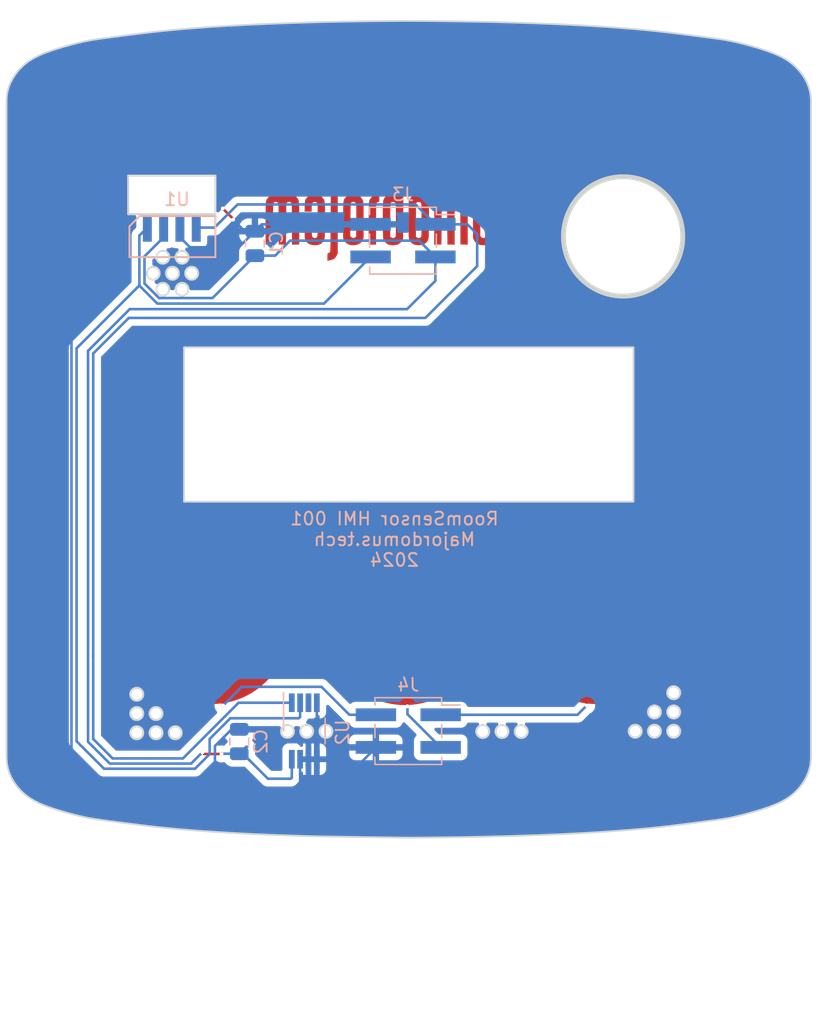
<source format=kicad_pcb>
(kicad_pcb (version 20240108) (generator "pcbnew") (generator_version "8.0")
  (layers (0 "F.Cu" signal) (31 "B.Cu" signal) (34 "B.Paste" user) (35 "F.Paste" user) (36 "B.SilkS" user "B.Silkscreen") (37 "F.SilkS" user "F.Silkscreen") (38 "B.Mask" user) (39 "F.Mask" user) (44 "Edge.Cuts" user))
  (net 0 "")
  (net 1 "GND")
  (net 2 "I2C_SCL")
  (net 3 "I2C_SDA")
  (net 4 "Net-(AE1-A)")
  (net 5 "Net-(AE2-A)")
  (net 6 "Net-(AE3-A)")
  (net 7 "+3.3V")
  (footprint "MyFootprint:CapButtonMinus" (layer "F.Cu") (at 130.91 110.56)
    (property "Reference" " ")
    (property "Value" "Antenna")
  )
  (footprint "MyFootprint:CapButtonEnter" (layer "F.Cu") (at 145.9484 110.6424)
    (property "Reference" " ")
    (property "Value" "Antenna")
  )
  (footprint "MyFootprint:CapButtonPlus" (layer "F.Cu") (at 160.85 110.56)
    (property "Reference" " ")
    (property "Value" "Antenna")
  )
  (footprint "graphics:logo" (layer "F.Cu") (at 145.034 78.8416)
    (property "Reference" "G***" (hide yes))
    (property "Value" "LOGO" (hide yes))
  )
  (footprint "Capacitor_SMD:C_0805_2012Metric" (layer "B.Cu") (at 134.2644 80.6856 90)
    (property "Reference" "C1")
    (property "Value" "C")
  )
  (footprint "Capacitor_SMD:C_0805_2012Metric" (layer "B.Cu") (at 133.0452 119.4816 90)
    (property "Reference" "C2")
    (property "Value" "C")
  )
  (footprint "Connector_PinHeader_2.54mm:PinHeader_2x02_P2.54mm_Vertical_SMD" (layer "B.Cu") (at 145.805 80.4672 180)
    (property "Reference" "J3")
    (property "Value" "Conn_02x02_Odd_Even")
  )
  (footprint "Package_SO:VSSOP-8_3.0x3.0mm_P0.65mm" (layer "B.Cu") (at 138.115 118.66 -90)
    (property "Reference" "U2")
    (property "Value" "TMP1075DGK")
  )
  (footprint "Connector_PinHeader_2.54mm:PinHeader_2x02_P2.54mm_Vertical_SMD" (layer "B.Cu") (at 146.2174 118.6688 180)
    (property "Reference" "J4")
    (property "Value" "Conn_02x02_Odd_Even")
  )
  (footprint "MyFootprint:VEML7700" (layer "B.Cu") (at 127.7874 79.4512)
    (property "Reference" "U1")
    (property "Value" "VEML7700-TT")
  )
  (gr_circle (center 165.4 118.68) (end 165.4 118.18) (stroke (width 0.15)) (fill none) (layer "Edge.Cuts"))
  (gr_circle (center 166.9 117.18) (end 166.9 116.68) (stroke (width 0.15)) (fill none) (layer "Edge.Cuts"))
  (gr_circle (center 165.4 117.18) (end 165.4 116.68) (stroke (width 0.15)) (fill none) (layer "Edge.Cuts"))
  (gr_circle (center 163.9 118.68) (end 163.9 118.18) (stroke (width 0.15)) (fill none) (layer "Edge.Cuts"))
  (gr_circle (center 166.9 115.68) (end 166.9 115.18) (stroke (width 0.15)) (fill none) (layer "Edge.Cuts"))
  (gr_circle (center 166.9 118.68) (end 166.9 118.18) (stroke (width 0.15)) (fill none) (layer "Edge.Cuts"))
  (gr_circle (center 126.56 117.3) (end 127.06 117.3) (stroke (width 0.15)) (fill none) (layer "Edge.Cuts"))
  (gr_circle (center 125.06 117.3) (end 125.56 117.3) (stroke (width 0.15)) (fill none) (layer "Edge.Cuts"))
  (gr_poly (pts (xy 163.752918 100.787967) (xy 128.752918 100.787967) (xy 128.752918 88.787967) (xy 163.752918 88.787967)) (stroke (width 0.1)) (fill none) (layer "Edge.Cuts"))
  (gr_circle (center 152.02 118.7) (end 152.52 118.7) (stroke (width 0.15)) (fill none) (layer "Edge.Cuts"))
  (gr_circle (center 126.3396 83.0072) (end 126.8396 83.0072) (stroke (width 0.15)) (fill none) (layer "Edge.Cuts"))
  (gr_line (start 131.1874 78.4012) (end 131.1874 75.4012) (stroke (width 0.15)) (layer "Edge.Cuts"))
  (gr_circle (center 129.3396 83.0072) (end 129.8396 83.0072) (stroke (width 0.15)) (fill none) (layer "Edge.Cuts"))
  (gr_line (start 124.3874 75.4012) (end 124.3874 78.4012) (stroke (width 0.15)) (layer "Edge.Cuts"))
  (gr_circle (center 128.06 118.8) (end 128.56 118.8) (stroke (width 0.15)) (fill none) (layer "Edge.Cuts"))
  (gr_circle (center 138.3 118.69) (end 138.8 118.69) (stroke (width 0.15)) (fill none) (layer "Edge.Cuts"))
  (gr_line (start 131.1874 75.4012) (end 124.3874 75.4012) (stroke (width 0.15)) (layer "Edge.Cuts"))
  (gr_circle (center 136.8 118.69) (end 137.3 118.69) (stroke (width 0.15)) (fill none) (layer "Edge.Cuts"))
  (gr_circle (center 127.0896 81.7572) (end 127.5896 81.7572) (stroke (width 0.15)) (fill none) (layer "Edge.Cuts"))
  (gr_circle (center 127.0896 84.2572) (end 127.5896 84.2572) (stroke (width 0.15)) (fill none) (layer "Edge.Cuts"))
  (gr_circle (center 153.52 118.7) (end 154.02 118.7) (stroke (width 0.15)) (fill none) (layer "Edge.Cuts"))
  (gr_circle (center 125.06 115.8) (end 125.56 115.8) (stroke (width 0.15)) (fill none) (layer "Edge.Cuts"))
  (gr_circle (center 155.02 118.7) (end 155.52 118.7) (stroke (width 0.15)) (fill none) (layer "Edge.Cuts"))
  (gr_circle (center 126.56 118.8) (end 127.06 118.8) (stroke (width 0.15)) (fill none) (layer "Edge.Cuts"))
  (gr_circle (center 125.06 118.8) (end 125.56 118.8) (stroke (width 0.15)) (fill none) (layer "Edge.Cuts"))
  (gr_circle (center 127.8396 83.0072) (end 128.3396 83.0072) (stroke (width 0.15)) (fill none) (layer "Edge.Cuts"))
  (gr_poly (pts (xy 146.253631 63.336041) (xy 146.273178 63.33611) (xy 146.276846 63.336124) (xy 146.286184 63.336158) (xy 146.32448 63.336296) (xy 146.400989 63.336589) (xy 146.705997 63.337924) (xy 147.310966 63.341377) (xy 147.909141 63.345854) (xy 148.500423 63.351338) (xy 149.084728 63.357801) (xy 149.661957 63.365223) (xy 150.232017 63.373582) (xy 150.794822 63.382852) (xy 151.350273 63.393016) (xy 151.898285 63.404047) (xy 152.438759 63.415923) (xy 152.971607 63.428623) (xy 153.496734 63.442123) (xy 154.014049 63.456402) (xy 154.52346 63.471434) (xy 155.024872 63.487201) (xy 155.518192 63.503675) (xy 156.003338 63.520839) (xy 156.480209 63.538668) (xy 156.948707 63.557138) (xy 157.408752 63.576228) (xy 157.860241 63.595917) (xy 158.303093 63.616178) (xy 158.737205 63.636992) (xy 159.162491 63.658335) (xy 159.578857 63.680184) (xy 159.986213 63.702516) (xy 160.384464 63.725312) (xy 160.773514 63.748545) (xy 161.153278 63.772197) (xy 161.523662 63.796241) (xy 161.884571 63.820655) (xy 162.235912 63.84542) (xy 162.577572 63.870499) (xy 162.909321 63.895798) (xy 163.231369 63.921282) (xy 163.543998 63.946926) (xy 163.847484 63.972709) (xy 164.142128 63.998606) (xy 164.428207 64.024596) (xy 164.706009 64.050658) (xy 164.975815 64.076762) (xy 165.237919 64.102893) (xy 165.492599 64.129023) (xy 165.740146 64.155133) (xy 165.980839 64.181194) (xy 166.214966 64.207189) (xy 166.442817 64.233095) (xy 166.880821 64.284541) (xy 167.297138 64.335348) (xy 167.695041 64.385378) (xy 168.080425 64.434576) (xy 168.45367 64.482786) (xy 168.814514 64.529869) (xy 169.162697 64.575679) (xy 169.497947 64.620066) (xy 169.820007 64.662888) (xy 170.126106 64.703755) (xy 170.409096 64.742627) (xy 170.677139 64.781968) (xy 170.940002 64.824457) (xy 171.20747 64.87277) (xy 171.489311 64.929588) (xy 171.640434 64.962442) (xy 171.801643 64.999099) (xy 171.972114 65.039408) (xy 172.151024 65.083215) (xy 172.337532 65.130374) (xy 172.53083 65.180733) (xy 172.934448 65.290446) (xy 173.354778 65.411043) (xy 173.773414 65.539253) (xy 174.179577 65.674119) (xy 174.567886 65.815823) (xy 174.753654 65.889292) (xy 174.932937 65.964536) (xy 175.10506 66.041577) (xy 175.269348 66.120436) (xy 175.425117 66.201136) (xy 175.572777 66.284165) (xy 175.714454 66.370516) (xy 175.850364 66.460161) (xy 175.980675 66.553037) (xy 176.10553 66.649089) (xy 176.339473 66.850459) (xy 176.553421 67.063787) (xy 176.748588 67.288587) (xy 176.926212 67.52439) (xy 177.083671 67.763827) (xy 177.218612 68.001926) (xy 177.331966 68.239832) (xy 177.424675 68.478694) (xy 177.49768 68.719654) (xy 177.551918 68.963856) (xy 177.588341 69.212448) (xy 177.607872 69.466574) (xy 177.607876 120.587222) (xy 177.608253 120.632491) (xy 177.608276 120.671706) (xy 177.607342 120.739677) (xy 177.601852 120.877952) (xy 177.576286 121.158332) (xy 177.530472 121.431567) (xy 177.463524 121.698951) (xy 177.374573 121.961746) (xy 177.262745 122.221233) (xy 177.197971 122.350135) (xy 177.127151 122.478698) (xy 177.050174 122.607066) (xy 176.966926 122.735412) (xy 176.784 122.9868) (xy 176.58052 123.226707) (xy 176.4711 123.34193) (xy 176.356582 123.453761) (xy 176.236984 123.562026) (xy 176.112312 123.666549) (xy 175.982597 123.767143) (xy 175.847847 123.863647) (xy 175.708076 123.955879) (xy 175.563003 124.043815) (xy 175.409946 124.128925) (xy 175.248623 124.211692) (xy 175.07946 124.292198) (xy 174.902885 124.370574) (xy 174.719333 124.446906) (xy 174.529236 124.521293) (xy 174.131119 124.664665) (xy 173.711983 124.801528) (xy 173.277618 124.932357) (xy 172.846946 125.054565) (xy 172.637016 125.111644) (xy 172.432518 125.165675) (xy 172.23484 125.216373) (xy 172.045345 125.263458) (xy 171.865421 125.306667) (xy 171.696438 125.345702) (xy 171.538315 125.380656) (xy 171.388149 125.412269) (xy 171.10519 125.467185) (xy 170.564235 125.555496) (xy 170.280792 125.59558) (xy 169.974388 125.637119) (xy 169.649933 125.680568) (xy 169.309547 125.725711) (xy 168.954345 125.772403) (xy 168.585449 125.820495) (xy 168.203983 125.869842) (xy 167.811073 125.920299) (xy 167.405212 125.971687) (xy 166.980392 126.023902) (xy 166.533806 126.076762) (xy 166.301506 126.10337) (xy 166.062752 126.130065) (xy 165.817203 126.156829) (xy 165.564522 126.183631) (xy 165.304374 126.210456) (xy 165.036415 126.237266) (xy 164.760315 126.264053) (xy 164.475723 126.290786) (xy 164.182312 126.317436) (xy 163.87973 126.343986) (xy 163.567657 126.370414) (xy 163.245739 126.39669) (xy 162.913646 126.422794) (xy 162.571182 126.448669) (xy 162.218506 126.474231) (xy 161.855705 126.49945) (xy 161.482891 126.524303) (xy 161.100155 126.548766) (xy 160.707592 126.572822) (xy 160.305305 126.596439) (xy 159.893383 126.619594) (xy 159.471935 126.642272) (xy 159.041054 126.664443) (xy 158.600837 126.686088) (xy 158.151378 126.707179) (xy 157.692787 126.727699) (xy 157.225151 126.747615) (xy 156.748565 126.766906) (xy 156.263138 126.78556) (xy 155.768959 126.803542) (xy 155.266132 126.820838) (xy 154.754749 126.837413) (xy 154.234909 126.853244) (xy 153.706714 126.868324) (xy 153.170257 126.882613) (xy 152.625641 126.896095) (xy 152.07296 126.908748) (xy 151.512306 126.920539) (xy 150.94379 126.931457) (xy 150.3675 126.941474) (xy 149.783539 126.950568) (xy 149.192001 126.958705) (xy 148.592983 126.965877) (xy 147.986583 126.972053) (xy 147.372902 126.97721) (xy 146.752041 126.981326) (xy 146.595711 126.982192) (xy 146.55656 126.982398) (xy 146.548357 126.982436) (xy 146.548042 126.982438) (xy 146.547727 126.982441) (xy 146.547098 126.982448) (xy 146.544586 126.982459) (xy 146.534527 126.982509) (xy 146.494297 126.982719) (xy 146.413839 126.983135) (xy 146.25292 126.983962) (xy 145.869552 126.981975) (xy 139.63748 126.892715) (xy 139.157024 126.880649) (xy 138.683016 126.867893) (xy 138.215523 126.854484) (xy 137.754621 126.840438) (xy 137.300373 126.825759) (xy 136.852848 126.810493) (xy 136.412124 126.794631) (xy 135.978262 126.77822) (xy 135.551336 126.76126) (xy 135.131416 126.743785) (xy 134.71857 126.725807) (xy 134.31287 126.707347) (xy 133.914383 126.688426) (xy 133.52318 126.669059) (xy 133.13933 126.649276) (xy 132.762905 126.629092) (xy 132.393972 126.60852) (xy 132.032602 126.587589) (xy 131.678863 126.566322) (xy 131.332828 126.544727) (xy 130.994566 126.522826) (xy 130.664144 126.500648) (xy 130.341635 126.478202) (xy 130.027107 126.45552) (xy 129.720686 126.432616) (xy 129.422492 126.409553) (xy 129.132324 126.386337) (xy 128.849956 126.362979) (xy 128.575166 126.339515) (xy 128.307724 126.315948) (xy 128.047408 126.292304) (xy 127.793991 126.268588) (xy 127.547249 126.244827) (xy 127.306953 126.221038) (xy 126.844814 126.173438) (xy 126.405767 126.125915) (xy 125.988011 126.078616) (xy 125.589747 126.031673) (xy 125.209171 125.985229) (xy 124.844408 125.939399) (xy 124.490692 125.894248) (xy 124.146437 125.849883) (xy 123.812127 125.806434) (xy 123.488235 125.764007) (xy 123.175249 125.722717) (xy 122.873642 125.682681) (xy 122.583899 125.644012) (xy 122.308261 125.606994) (xy 122.05219 125.571548) (xy 121.569621 125.496978) (xy 121.326408 125.453368) (xy 121.070771 125.402557) (xy 120.935683 125.373752) (xy 120.793869 125.342185) (xy 120.643096 125.307285) (xy 120.483978 125.269172) (xy 120.317411 125.228027) (xy 120.144288 125.184024) (xy 119.781954 125.088165) (xy 119.40412 124.983039) (xy 119.017966 124.870097) (xy 118.637385 124.751766) (xy 118.27106 124.628616) (xy 117.921636 124.500129) (xy 117.591769 124.365756) (xy 117.434995 124.296195) (xy 117.284102 124.224975) (xy 117.139425 124.152007) (xy 117.00129 124.077247) (xy 116.743207 123.920715) (xy 116.501868 123.751018) (xy 116.276574 123.568694) (xy 116.067347 123.374656) (xy 115.874207 123.169822) (xy 115.697171 122.955119) (xy 115.536234 122.731429) (xy 115.393183 122.5037) (xy 115.269589 122.275474) (xy 115.16484 122.045867) (xy 115.078325 121.813979) (xy 115.009427 121.578918) (xy 114.957537 121.339801) (xy 114.922044 121.095725) (xy 114.902332 120.845805) (xy 114.898174 120.724986) (xy 114.897537 120.663287) (xy 114.897961 120.587222) (xy 114.897966 69.466574) (xy 114.917505 69.212413) (xy 114.95393 68.963787) (xy 115.008185 68.719549) (xy 115.08121 68.478558) (xy 115.173945 68.239662) (xy 115.28733 68.001721) (xy 115.422306 67.763586) (xy 115.579815 67.524116) (xy 115.757487 67.288291) (xy 115.952706 67.063474) (xy 116.166715 66.850133) (xy 116.40073 66.648752) (xy 116.525619 66.552701) (xy 116.655965 66.459822) (xy 116.791918 66.370177) (xy 116.933634 66.283827) (xy 117.081342 66.200797) (xy 117.237174 66.120095) (xy 117.401519 66.041231) (xy 117.5737 65.964188) (xy 117.753038 65.888941) (xy 117.938866 65.81547) (xy 118.327281 65.673766) (xy 118.733546 65.538895) (xy 119.152262 65.410688) (xy 119.572627 65.2901) (xy 119.976239 65.180406) (xy 120.16952 65.130062) (xy 120.356016 65.082917) (xy 120.534894 65.039124) (xy 120.70533 64.998834) (xy 120.866494 64.962201) (xy 121.01757 64.929366) (xy 121.299379 64.872577) (xy 121.566849 64.824283) (xy 121.829755 64.781806) (xy 122.097873 64.742465) (xy 122.380986 64.703586) (xy 122.687225 64.662702) (xy 123.009388 64.619868) (xy 123.344747 64.575467) (xy 123.693039 64.529645) (xy 124.054001 64.482548) (xy 124.427361 64.434323) (xy 124.81286 64.385116) (xy 125.210903 64.335074) (xy 125.627389 64.284255) (xy 126.065586 64.2328) (xy 126.293539 64.206891) (xy 126.527777 64.180889) (xy 126.768584 64.154823) (xy 127.016248 64.128711) (xy 127.271052 64.102576) (xy 127.533283 64.076443) (xy 127.803226 64.050333) (xy 128.08117 64.024272) (xy 128.367396 63.998277) (xy 128.662191 63.972378) (xy 128.965843 63.946593) (xy 129.278635 63.920946) (xy 129.600853 63.895461) (xy 129.932783 63.87016) (xy 130.274622 63.845081) (xy 130.626145 63.820319) (xy 130.987236 63.795905) (xy 131.357801 63.771863) (xy 131.737751 63.748214) (xy 132.126991 63.724985) (xy 132.525429 63.702192) (xy 132.932972 63.679862) (xy 133.349529 63.658016) (xy 133.775007 63.636677) (xy 134.209314 63.61587) (xy 134.652359 63.595614) (xy 135.104046 63.575933) (xy 135.564287 63.55685) (xy 136.032985 63.538387) (xy 136.510051 63.520565) (xy 136.995392 63.503411) (xy 137.488916 63.486943) (xy 137.99053 63.471186) (xy 138.500139 63.456163) (xy 139.017658 63.441896) (xy 139.542988 63.428407) (xy 140.076036 63.415718) (xy 140.616718 63.403854) (xy 141.164932 63.392837) (xy 141.72059 63.382687) (xy 142.2836 63.37343) (xy 142.85387 63.365085) (xy 143.431303 63.35768) (xy 144.015815 63.35123) (xy 144.607305 63.345766) (xy 145.205686 63.341305) (xy 145.810867 63.337872) (xy 146.115974 63.336546) (xy 146.192514 63.336255) (xy 146.229192 63.336122) (xy 146.234083 63.336105) (xy 146.253631 63.336036)) (stroke (width 0.1)) (fill none) (layer "Edge.Cuts"))
  (gr_circle (center 128.5896 81.7572) (end 129.0896 81.7572) (stroke (width 0.15)) (fill none) (layer "Edge.Cuts"))
  (gr_line (start 124.3874 78.4012) (end 131.1874 78.4012) (stroke (width 0.15)) (layer "Edge.Cuts"))
  (gr_circle (center 139.8 118.69) (end 140.3 118.69) (stroke (width 0.15)) (fill none) (layer "Edge.Cuts"))
  (gr_circle (center 128.5896 84.2572) (end 129.0896 84.2572) (stroke (width 0.15)) (fill none) (layer "Edge.Cuts"))
  (gr_poly (pts (xy 163.260078 75.496433) (xy 163.559995 75.525635) (xy 163.857956 75.574306) (xy 164.152983 75.642444) (xy 164.444098 75.730051) (xy 164.730322 75.837126) (xy 165.010678 75.96367) (xy 165.284187 76.109681) (xy 165.547391 76.273541) (xy 165.797157 76.453064) (xy 166.032998 76.647403) (xy 166.254425 76.85571) (xy 166.460948 77.077139) (xy 166.652078 77.310843) (xy 166.827326 77.555973) (xy 166.986203 77.811684) (xy 167.12822 78.077126) (xy 167.252889 78.351455) (xy 167.359719 78.633821) (xy 167.448222 78.923378) (xy 167.517909 79.219279) (xy 167.568292 79.520676) (xy 167.598879 79.826723) (xy 167.609184 80.136571) (xy 167.606663 80.29197) (xy 167.599007 80.446525) (xy 167.586277 80.60013) (xy 167.568534 80.75268) (xy 167.54584 80.904068) (xy 167.518256 81.054188) (xy 167.485842 81.202935) (xy 167.448661 81.350202) (xy 167.406773 81.495883) (xy 167.360239 81.639873) (xy 167.30912 81.782065) (xy 167.253478 81.922354) (xy 167.193373 82.060633) (xy 167.128868 82.196797) (xy 167.060022 82.330739) (xy 166.986897 82.462354) (xy 166.909555 82.591536) (xy 166.828056 82.718178) (xy 166.742462 82.842174) (xy 166.652833 82.963419) (xy 166.559231 83.081807) (xy 166.461717 83.197232) (xy 166.360352 83.309587) (xy 166.255197 83.418767) (xy 166.146314 83.524666) (xy 166.033763 83.627177) (xy 165.917606 83.726196) (xy 165.797904 83.821615) (xy 165.674718 83.913329) (xy 165.548109 84.001231) (xy 165.418138 84.085217) (xy 165.284866 84.16518) (xy 165.011311 84.311272) (xy 164.730904 84.437887) (xy 164.444623 84.545025) (xy 164.153448 84.632686) (xy 163.858357 84.700869) (xy 163.560328 84.749575) (xy 163.260341 84.778804) (xy 162.959374 84.788555) (xy 162.658407 84.778829) (xy 162.358417 84.749625) (xy 162.060385 84.700943) (xy 161.765288 84.632784) (xy 161.474105 84.545147) (xy 161.187815 84.438033) (xy 160.907398 84.31144) (xy 160.633831 84.16537) (xy 160.370577 84.001444) (xy 160.120768 83.821847) (xy 159.884893 83.627428) (xy 159.663443 83.419033) (xy 159.456905 83.197511) (xy 159.26577 82.963709) (xy 159.090527 82.718473) (xy 158.931664 82.462652) (xy 158.789671 82.197093) (xy 158.665038 81.922644) (xy 158.558253 81.640151) (xy 158.469806 81.350462) (xy 158.400186 81.054426) (xy 158.349882 80.752888) (xy 158.319384 80.446696) (xy 158.309181 80.136699) (xy 158.311767 79.981341) (xy 158.319486 79.826828) (xy 158.332275 79.673267) (xy 158.350073 79.520762) (xy 158.372821 79.36942) (xy 158.400456 79.219348) (xy 158.432917 79.07065) (xy 158.470143 78.923432) (xy 158.512073 78.777801) (xy 158.558646 78.633863) (xy 158.609801 78.491722) (xy 158.665477 78.351486) (xy 158.725612 78.21326) (xy 158.790145 78.077149) (xy 158.859016 77.943261) (xy 158.932163 77.8117) (xy 159.009525 77.682572) (xy 159.091041 77.555984) (xy 159.176649 77.432041) (xy 159.266289 77.310849) (xy 159.3599 77.192515) (xy 159.45742 77.077143) (xy 159.558788 76.96484) (xy 159.663943 76.855712) (xy 159.772825 76.749865) (xy 159.885371 76.647403) (xy 160.00152 76.548435) (xy 160.121213 76.453064) (xy 160.244387 76.361398) (xy 160.370981 76.273541) (xy 160.500934 76.1896) (xy 160.634186 76.109681) (xy 160.907694 75.96367) (xy 161.188048 75.837126) (xy 161.474272 75.730051) (xy 161.765385 75.642444) (xy 162.060411 75.574306) (xy 162.358372 75.525635) (xy 162.658289 75.496433) (xy 162.959183 75.486699)) (stroke (width 0.377952)) (fill none) (layer "Edge.Cuts"))
  (gr_text "RoomSensor HMI 001\nMajordomus.tech\n2024" (at 145.1356 103.7336 0) (layer "B.SilkS") (effects (font (size 1 1)) (justify mirror)))
  (segment (start 132.57 78.77) (end 131.76 77.96) (width 0.2) (layer "F.Cu") (net 1))
  (segment (start 132.57 78.83) (end 132.57 78.77) (width 0.2) (layer "F.Cu") (net 1))
  (via (at 131.76 77.96) (size 0.3) (drill 0.3) (layers "F.Cu" "B.Cu") (net 1))
  (via (at 132.57 78.83) (size 0.3) (drill 0.3) (layers "F.Cu" "B.Cu") (net 1))
  (segment (start 140.3584 123.2916) (end 139.11 123.2916) (width 0.2) (layer "B.Cu") (net 1))
  (segment (start 133.02 80.98) (end 134.2644 79.7356) (width 0.2) (layer "B.Cu") (net 1))
  (segment (start 119.9706 81.2994) (end 120.93 80.34) (width 0.2) (layer "B.Cu") (net 1))
  (segment (start 131.15 120.99) (end 133.4516 123.2916) (width 0.2) (layer "B.Cu") (net 1))
  (segment (start 131.15 119.8274) (end 131.15 120.99) (width 0.2) (layer "B.Cu") (net 1))
  (segment (start 133.1468 118.5164) (end 132.461 118.5164) (width 0.2) (layer "B.Cu") (net 1))
  (segment (start 128.4224 79.4512) (end 128.4224 80.2012) (width 0.2) (layer "B.Cu") (net 1))
  (segment (start 133.4756 79.7356) (end 132.57 78.83) (width 0.2) (layer "B.Cu") (net 1))
  (segment (start 122.75 74.16) (end 130.87 74.16) (width 0.2) (layer "B.Cu") (net 1))
  (segment (start 134.2644 79.7356) (end 133.4756 79.7356) (width 0.2) (layer "B.Cu") (net 1))
  (segment (start 137.79 123.2916) (end 133.65 123.2916) (width 0.2) (layer "B.Cu") (net 1))
  (segment (start 133.0452 118.5316) (end 132.4458 118.5316) (width 0.2) (layer "B.Cu") (net 1))
  (segment (start 143.6924 119.9576) (end 140.3584 123.2916) (width 0.2) (layer "B.Cu") (net 1))
  (segment (start 130.87 74.16) (end 131.76 75.05) (width 0.2) (layer "B.Cu") (net 1))
  (segment (start 143.6924 119.9388) (end 143.6924 119.9576) (width 0.2) (layer "B.Cu") (net 1))
  (segment (start 120.93 75.98) (end 122.75 74.16) (width 0.2) (layer "B.Cu") (net 1))
  (segment (start 139.09 123.2716) (end 139.11 123.2916) (width 0.2) (layer "B.Cu") (net 1))
  (segment (start 137.79 120.86) (end 137.79 123.2916) (width 0.2) (layer "B.Cu") (net 1))
  (segment (start 139.09 120.86) (end 139.09 123.2716) (width 0.2) (layer "B.Cu") (net 1))
  (segment (start 133.4516 123.2916) (end 133.65 123.2916) (width 0.2) (layer "B.Cu") (net 1))
  (segment (start 132.4356 118.5418) (end 131.15 119.8274) (width 0.2) (layer "B.Cu") (net 1))
  (segment (start 134.8028 79.1972) (end 134.2644 79.7356) (width 0.2) (layer "B.Cu") (net 1))
  (segment (start 138.44 123.2816) (end 138.43 123.2916) (width 0.2) (layer "B.Cu") (net 1))
  (segment (start 120.93 80.34) (end 120.93 75.98) (width 0.2) (layer "B.Cu") (net 1))
  (segment (start 138.44 120.86) (end 138.44 123.2816) (width 0.2) (layer "B.Cu") (net 1))
  (segment (start 122.3716 123.2916) (end 119.9706 120.8906) (width 0.2) (layer "B.Cu") (net 1))
  (segment (start 138.43 123.2916) (end 137.79 123.2916) (width 0.2) (layer "B.Cu") (net 1))
  (segment (start 139.09 120.86) (end 139.09 116.46) (width 0.2) (layer "B.Cu") (net 1))
  (segment (start 128.4224 80.2012) (end 129.2012 80.98) (width 0.2) (layer "B.Cu") (net 1))
  (segment (start 132.461 118.5164) (end 132.4356 118.5418) (width 0.2) (layer "B.Cu") (net 1))
  (segment (start 132.4458 118.5316) (end 132.4356 118.5418) (width 0.2) (layer "B.Cu") (net 1))
  (segment (start 143.28 79.1972) (end 134.8028 79.1972) (width 0.2) (layer "B.Cu") (net 1))
  (segment (start 119.9706 120.8906) (end 119.9706 81.2994) (width 0.2) (layer "B.Cu") (net 1))
  (segment (start 131.76 75.05) (end 131.76 77.96) (width 0.2) (layer "B.Cu") (net 1))
  (segment (start 129.2012 80.98) (end 133.02 80.98) (width 0.2) (layer "B.Cu") (net 1))
  (segment (start 133.65 123.2916) (end 122.3716 123.2916) (width 0.2) (layer "B.Cu") (net 1))
  (segment (start 139.11 123.2916) (end 138.43 123.2916) (width 0.2) (layer "B.Cu") (net 1))
  (segment (start 129.6 121.6) (end 122.51 121.6) (width 0.2) (layer "B.Cu") (net 2))
  (segment (start 125.8824 79.4512) (end 125.262144 80.071456) (width 0.2) (layer "B.Cu") (net 2))
  (segment (start 125.262144 80.071456) (end 125.262144 83.957656) (width 0.2) (layer "B.Cu") (net 2))
  (segment (start 125.262144 83.96863) (end 126.662914 85.3694) (width 0.2) (layer "B.Cu") (net 2))
  (segment (start 122.51 121.6) (end 120.3706 119.4606) (width 0.2) (layer "B.Cu") (net 2))
  (segment (start 130.74 120.46) (end 129.6 121.6) (width 0.2) (layer "B.Cu") (net 2))
  (segment (start 137.79 117.56) (end 137.79 116.46) (width 0.2) (layer "B.Cu") (net 2))
  (segment (start 125.262144 83.957656) (end 125.262144 83.96863) (width 0.2) (layer "B.Cu") (net 2))
  (segment (start 132.35 117.67) (end 137.68 117.67) (width 0.2) (layer "B.Cu") (net 2))
  (segment (start 132.35 117.67) (end 130.74 119.28) (width 0.2) (layer "B.Cu") (net 2))
  (segment (start 137.68 117.67) (end 137.79 117.56) (width 0.2) (layer "B.Cu") (net 2))
  (segment (start 130.74 119.28) (end 130.74 120.46) (width 0.2) (layer "B.Cu") (net 2))
  (segment (start 126.662914 85.3694) (end 139.6478 85.3694) (width 0.2) (layer "B.Cu") (net 2))
  (segment (start 120.3706 88.8492) (end 125.262144 83.957656) (width 0.2) (layer "B.Cu") (net 2))
  (segment (start 139.6478 85.3694) (end 143.28 81.7372) (width 0.2) (layer "B.Cu") (net 2))
  (segment (start 120.3706 119.4606) (end 120.3706 88.8492) (width 0.2) (layer "B.Cu") (net 2))
  (segment (start 151.5872 82.4484) (end 151.5872 79.9592) (width 0.2) (layer "B.Cu") (net 3))
  (segment (start 121.666 89.2556) (end 124.4346 86.487) (width 0.2) (layer "B.Cu") (net 3))
  (segment (start 124.4346 86.487) (end 147.5486 86.487) (width 0.2) (layer "B.Cu") (net 3))
  (segment (start 129.6924 79.4512) (end 131.1148 79.4512) (width 0.2) (layer "B.Cu") (net 3))
  (segment (start 132.9182 77.6478) (end 146.7806 77.6478) (width 0.2) (layer "B.Cu") (net 3))
  (segment (start 121.666 112.9284) (end 121.666 89.2556) (width 0.2) (layer "B.Cu") (net 3))
  (segment (start 150.8252 79.1972) (end 148.33 79.1972) (width 0.2) (layer "B.Cu") (net 3))
  (segment (start 147.5486 86.487) (end 151.5872 82.4484) (width 0.2) (layer "B.Cu") (net 3))
  (segment (start 151.5872 79.9592) (end 150.8252 79.1972) (width 0.2) (layer "B.Cu") (net 3))
  (segment (start 121.666 119.286) (end 123.18 120.8) (width 0.2) (layer "B.Cu") (net 3))
  (segment (start 131.1148 79.4512) (end 132.9182 77.6478) (width 0.2) (layer "B.Cu") (net 3))
  (segment (start 146.7806 77.6478) (end 148.33 79.1972) (width 0.2) (layer "B.Cu") (net 3))
  (segment (start 121.666 112.77) (end 121.666 119.286) (width 0.2) (layer "B.Cu") (net 3))
  (segment (start 128.654314 120.8) (end 132.994315 116.46) (width 0.2) (layer "B.Cu") (net 3))
  (segment (start 123.18 120.8) (end 128.654314 120.8) (width 0.2) (layer "B.Cu") (net 3))
  (segment (start 132.994315 116.46) (end 137.14 116.46) (width 0.2) (layer "B.Cu") (net 3))
  (segment (start 160.12 116.68) (end 160.12 111.29) (width 0.2) (layer "F.Cu") (net 4))
  (segment (start 160.12 111.29) (end 160.85 110.56) (width 0.2) (layer "F.Cu") (net 4))
  (via (at 160.12 116.68) (size 0.3) (drill 0.3) (layers "F.Cu" "B.Cu") (net 4))
  (segment (start 148.7424 117.3988) (end 159.4012 117.3988) (width 0.2) (layer "B.Cu") (net 4))
  (segment (start 159.4012 117.3988) (end 160.12 116.68) (width 0.2) (layer "B.Cu") (net 4))
  (segment (start 146.1516 110.8456) (end 145.9484 110.6424) (width 0.2) (layer "F.Cu") (net 5))
  (segment (start 146.1516 116.7384) (end 146.1516 110.8456) (width 0.2) (layer "F.Cu") (net 5))
  (via (at 146.1516 116.7384) (size 0.3) (drill 0.3) (layers "F.Cu" "B.Cu") (net 5))
  (segment (start 146.1516 116.7384) (end 146.1516 117.348) (width 0.2) (layer "B.Cu") (net 5))
  (segment (start 146.1516 117.348) (end 148.7424 119.9388) (width 0.2) (layer "B.Cu") (net 5))
  (segment (start 131.78 116.68) (end 131.78 111.43) (width 0.2) (layer "F.Cu") (net 6))
  (segment (start 131.78 111.43) (end 130.91 110.56) (width 0.2) (layer "F.Cu") (net 6))
  (via (at 131.78 116.68) (size 0.3) (drill 0.3) (layers "F.Cu" "B.Cu") (net 6))
  (segment (start 141.6288 117.3988) (end 139.45 115.22) (width 0.2) (layer "B.Cu") (net 6))
  (segment (start 139.45 115.22) (end 133.24 115.22) (width 0.2) (layer "B.Cu") (net 6))
  (segment (start 133.24 115.22) (end 131.78 116.68) (width 0.2) (layer "B.Cu") (net 6))
  (segment (start 143.6924 117.3988) (end 141.6288 117.3988) (width 0.2) (layer "B.Cu") (net 6))
  (segment (start 130.3 120.45) (end 130.17 120.32) (width 0.2) (layer "F.Cu") (net 7))
  (segment (start 131.66 120.45) (end 130.3 120.45) (width 0.2) (layer "F.Cu") (net 7))
  (via (at 130.17 120.32) (size 0.3) (drill 0.3) (layers "F.Cu" "B.Cu") (net 7))
  (via (at 131.66 120.45) (size 0.3) (drill 0.3) (layers "F.Cu" "B.Cu") (net 7))
  (segment (start 133.8834 120.9802) (end 135.2804 122.3772) (width 0.2) (layer "B.Cu") (net 7))
  (segment (start 126.7968 84.9376) (end 130.9624 84.9376) (width 0.2) (layer "B.Cu") (net 7))
  (segment (start 133.3348 120.4316) (end 133.0452 120.4316) (width 0.2) (layer "B.Cu") (net 7))
  (segment (start 135.8392 81.6356) (end 137.0076 80.4672) (width 0.2) (layer "B.Cu") (net 7))
  (segment (start 133.8834 120.9802) (end 133.3196 120.4164) (width 0.2) (layer "B.Cu") (net 7))
  (segment (start 133.5786 119.8982) (end 133.0452 120.4316) (width 0.2) (layer "B.Cu") (net 7))
  (segment (start 147.06 80.4672) (end 148.33 81.7372) (width 0.2) (layer "B.Cu") (net 7))
  (segment (start 129.29 121.2) (end 122.96 121.2) (width 0.2) (layer "B.Cu") (net 7))
  (segment (start 131.98 120.4316) (end 131.6784 120.4316) (width 0.2) (layer "B.Cu") (net 7))
  (segment (start 137.0076 80.4672) (end 147.06 80.4672) (width 0.2) (layer "B.Cu") (net 7))
  (segment (start 130.9624 84.9376) (end 134.2644 81.6356) (width 0.2) (layer "B.Cu") (net 7))
  (segment (start 133.1468 120.4164) (end 133.665 119.8982) (width 0.2) (layer "B.Cu") (net 7))
  (segment (start 127.1524 79.4512) (end 127.1524 80.2012) (width 0.2) (layer "B.Cu") (net 7))
  (segment (start 131.6784 120.4316) (end 131.66 120.45) (width 0.2) (layer "B.Cu") (net 7))
  (segment (start 121.266 89.046) (end 124.5108 85.8012) (width 0.2) (layer "B.Cu") (net 7))
  (segment (start 135.2804 122.3772) (end 137.0572 122.3772) (width 0.2) (layer "B.Cu") (net 7))
  (segment (start 146.1262 85.8012) (end 148.33 83.5974) (width 0.2) (layer "B.Cu") (net 7))
  (segment (start 127.1524 80.2012) (end 125.662144 81.691456) (width 0.2) (layer "B.Cu") (net 7))
  (segment (start 137.14 122.2944) (end 137.14 120.86) (width 0.2) (layer "B.Cu") (net 7))
  (segment (start 137.0572 122.3772) (end 137.14 122.2944) (width 0.2) (layer "B.Cu") (net 7))
  (segment (start 133.3196 120.4164) (end 133.1468 120.4164) (width 0.2) (layer "B.Cu") (net 7))
  (segment (start 134.2644 81.6356) (end 135.8392 81.6356) (width 0.2) (layer "B.Cu") (net 7))
  (segment (start 124.5108 85.8012) (end 146.1262 85.8012) (width 0.2) (layer "B.Cu") (net 7))
  (segment (start 133.8834 120.9802) (end 133.3348 120.4316) (width 0.2) (layer "B.Cu") (net 7))
  (segment (start 133.665 119.8982) (end 133.5786 119.8982) (width 0.2) (layer "B.Cu") (net 7))
  (segment (start 130.17 120.32) (end 129.29 121.2) (width 0.2) (layer "B.Cu") (net 7))
  (segment (start 125.662144 81.691456) (end 125.662144 83.802944) (width 0.2) (layer "B.Cu") (net 7))
  (segment (start 121.266 119.506) (end 121.266 89.046) (width 0.2) (layer "B.Cu") (net 7))
  (segment (start 133.0452 120.4316) (end 131.98 120.4316) (width 0.2) (layer "B.Cu") (net 7))
  (segment (start 125.662144 83.802944) (end 126.7968 84.9376) (width 0.2) (layer "B.Cu") (net 7))
  (segment (start 122.96 121.2) (end 121.266 119.506) (width 0.2) (layer "B.Cu") (net 7))
  (segment (start 148.33 83.5974) (end 148.33 81.7372) (width 0.2) (layer "B.Cu") (net 7))
  (zone (net 1) (net_name "GND") (layer "B.Cu") (priority 1) (connect_pads (clearance 0.508)) (min_thickness 0.25) (fill yes (thermal_gap 0.5) (thermal_bridge_width 0.5))
    (polygon (pts (xy 114.4016 61.722) (xy 178.6128 61.722) (xy 178.5112 127.8128) (xy 114.6556 127.5588)))
  )
)
</source>
